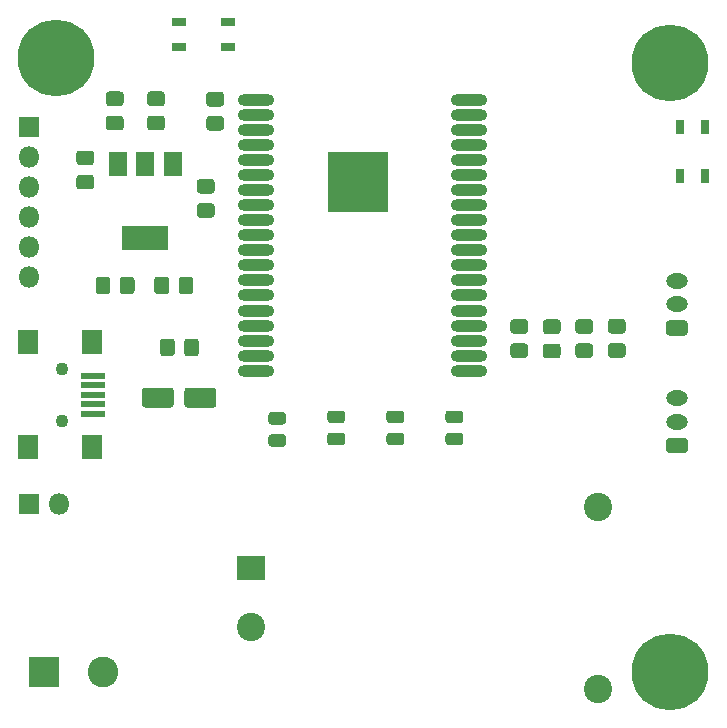
<source format=gbr>
%TF.GenerationSoftware,KiCad,Pcbnew,(5.1.6)-1*%
%TF.CreationDate,2020-10-27T09:44:08+01:00*%
%TF.ProjectId,Beacon_Listener,42656163-6f6e-45f4-9c69-7374656e6572,rev?*%
%TF.SameCoordinates,Original*%
%TF.FileFunction,Soldermask,Top*%
%TF.FilePolarity,Negative*%
%FSLAX46Y46*%
G04 Gerber Fmt 4.6, Leading zero omitted, Abs format (unit mm)*
G04 Created by KiCad (PCBNEW (5.1.6)-1) date 2020-10-27 09:44:08*
%MOMM*%
%LPD*%
G01*
G04 APERTURE LIST*
%ADD10C,1.100000*%
%ADD11R,1.800000X2.100000*%
%ADD12R,2.100000X0.600000*%
%ADD13R,1.150000X0.750000*%
%ADD14R,0.750000X1.150000*%
%ADD15C,2.400000*%
%ADD16R,2.400000X2.100000*%
%ADD17O,1.800000X1.800000*%
%ADD18R,1.800000X1.800000*%
%ADD19O,1.850000X1.300000*%
%ADD20C,0.900000*%
%ADD21R,5.100000X5.100000*%
%ADD22O,3.100000X1.000000*%
%ADD23C,6.500000*%
%ADD24C,2.600000*%
%ADD25R,2.600000X2.600000*%
%ADD26R,1.600000X2.100000*%
%ADD27R,3.900000X2.100000*%
G04 APERTURE END LIST*
D10*
%TO.C,J4*%
X91500000Y-103700000D03*
X91500000Y-99300000D03*
D11*
X88650000Y-105950000D03*
X94100000Y-105950000D03*
X88650000Y-97050000D03*
X94100000Y-97050000D03*
D12*
X94200000Y-103100000D03*
X94200000Y-102300000D03*
X94200000Y-101500000D03*
X94200000Y-100700000D03*
X94200000Y-99900000D03*
%TD*%
D13*
%TO.C,RESET*%
X105575000Y-72075000D03*
X101425000Y-72075000D03*
X105575000Y-69925000D03*
X101425000Y-69925000D03*
%TD*%
D14*
%TO.C,CONFIG*%
X146000000Y-78850000D03*
X146000000Y-83000000D03*
X143850000Y-78850000D03*
X143850000Y-83000000D03*
%TD*%
%TO.C,C7*%
G36*
G01*
X101400000Y-92728262D02*
X101400000Y-91771738D01*
G75*
G02*
X101671738Y-91500000I271738J0D01*
G01*
X102378262Y-91500000D01*
G75*
G02*
X102650000Y-91771738I0J-271738D01*
G01*
X102650000Y-92728262D01*
G75*
G02*
X102378262Y-93000000I-271738J0D01*
G01*
X101671738Y-93000000D01*
G75*
G02*
X101400000Y-92728262I0J271738D01*
G01*
G37*
G36*
G01*
X99350000Y-92728262D02*
X99350000Y-91771738D01*
G75*
G02*
X99621738Y-91500000I271738J0D01*
G01*
X100328262Y-91500000D01*
G75*
G02*
X100600000Y-91771738I0J-271738D01*
G01*
X100600000Y-92728262D01*
G75*
G02*
X100328262Y-93000000I-271738J0D01*
G01*
X99621738Y-93000000D01*
G75*
G02*
X99350000Y-92728262I0J271738D01*
G01*
G37*
%TD*%
D15*
%TO.C,PS1*%
X136900000Y-126400000D03*
X107500000Y-121200000D03*
D16*
X107500000Y-116200000D03*
D15*
X136900000Y-111000000D03*
%TD*%
%TO.C,C3*%
G36*
G01*
X93021738Y-82875000D02*
X93978262Y-82875000D01*
G75*
G02*
X94250000Y-83146738I0J-271738D01*
G01*
X94250000Y-83853262D01*
G75*
G02*
X93978262Y-84125000I-271738J0D01*
G01*
X93021738Y-84125000D01*
G75*
G02*
X92750000Y-83853262I0J271738D01*
G01*
X92750000Y-83146738D01*
G75*
G02*
X93021738Y-82875000I271738J0D01*
G01*
G37*
G36*
G01*
X93021738Y-80825000D02*
X93978262Y-80825000D01*
G75*
G02*
X94250000Y-81096738I0J-271738D01*
G01*
X94250000Y-81803262D01*
G75*
G02*
X93978262Y-82075000I-271738J0D01*
G01*
X93021738Y-82075000D01*
G75*
G02*
X92750000Y-81803262I0J271738D01*
G01*
X92750000Y-81096738D01*
G75*
G02*
X93021738Y-80825000I271738J0D01*
G01*
G37*
%TD*%
%TO.C,C2*%
G36*
G01*
X95521738Y-77875000D02*
X96478262Y-77875000D01*
G75*
G02*
X96750000Y-78146738I0J-271738D01*
G01*
X96750000Y-78853262D01*
G75*
G02*
X96478262Y-79125000I-271738J0D01*
G01*
X95521738Y-79125000D01*
G75*
G02*
X95250000Y-78853262I0J271738D01*
G01*
X95250000Y-78146738D01*
G75*
G02*
X95521738Y-77875000I271738J0D01*
G01*
G37*
G36*
G01*
X95521738Y-75825000D02*
X96478262Y-75825000D01*
G75*
G02*
X96750000Y-76096738I0J-271738D01*
G01*
X96750000Y-76803262D01*
G75*
G02*
X96478262Y-77075000I-271738J0D01*
G01*
X95521738Y-77075000D01*
G75*
G02*
X95250000Y-76803262I0J271738D01*
G01*
X95250000Y-76096738D01*
G75*
G02*
X95521738Y-75825000I271738J0D01*
G01*
G37*
%TD*%
D17*
%TO.C,J1*%
X88750000Y-91500000D03*
X88750000Y-88960000D03*
X88750000Y-86420000D03*
X88750000Y-83880000D03*
X88750000Y-81340000D03*
D18*
X88750000Y-78800000D03*
%TD*%
D19*
%TO.C,I2C*%
X143600000Y-91850000D03*
X143600000Y-93850000D03*
G36*
G01*
X144254168Y-96500000D02*
X142945832Y-96500000D01*
G75*
G02*
X142675000Y-96229168I0J270832D01*
G01*
X142675000Y-95470832D01*
G75*
G02*
X142945832Y-95200000I270832J0D01*
G01*
X144254168Y-95200000D01*
G75*
G02*
X144525000Y-95470832I0J-270832D01*
G01*
X144525000Y-96229168D01*
G75*
G02*
X144254168Y-96500000I-270832J0D01*
G01*
G37*
%TD*%
%TO.C,UART*%
X143600000Y-101800000D03*
X143600000Y-103800000D03*
G36*
G01*
X144254168Y-106450000D02*
X142945832Y-106450000D01*
G75*
G02*
X142675000Y-106179168I0J270832D01*
G01*
X142675000Y-105420832D01*
G75*
G02*
X142945832Y-105150000I270832J0D01*
G01*
X144254168Y-105150000D01*
G75*
G02*
X144525000Y-105420832I0J-270832D01*
G01*
X144525000Y-106179168D01*
G75*
G02*
X144254168Y-106450000I-270832J0D01*
G01*
G37*
%TD*%
%TO.C,D4*%
G36*
G01*
X109268750Y-104837500D02*
X110231250Y-104837500D01*
G75*
G02*
X110500000Y-105106250I0J-268750D01*
G01*
X110500000Y-105643750D01*
G75*
G02*
X110231250Y-105912500I-268750J0D01*
G01*
X109268750Y-105912500D01*
G75*
G02*
X109000000Y-105643750I0J268750D01*
G01*
X109000000Y-105106250D01*
G75*
G02*
X109268750Y-104837500I268750J0D01*
G01*
G37*
G36*
G01*
X109268750Y-102962500D02*
X110231250Y-102962500D01*
G75*
G02*
X110500000Y-103231250I0J-268750D01*
G01*
X110500000Y-103768750D01*
G75*
G02*
X110231250Y-104037500I-268750J0D01*
G01*
X109268750Y-104037500D01*
G75*
G02*
X109000000Y-103768750I0J268750D01*
G01*
X109000000Y-103231250D01*
G75*
G02*
X109268750Y-102962500I268750J0D01*
G01*
G37*
%TD*%
%TO.C,D3*%
G36*
G01*
X114268750Y-104712500D02*
X115231250Y-104712500D01*
G75*
G02*
X115500000Y-104981250I0J-268750D01*
G01*
X115500000Y-105518750D01*
G75*
G02*
X115231250Y-105787500I-268750J0D01*
G01*
X114268750Y-105787500D01*
G75*
G02*
X114000000Y-105518750I0J268750D01*
G01*
X114000000Y-104981250D01*
G75*
G02*
X114268750Y-104712500I268750J0D01*
G01*
G37*
G36*
G01*
X114268750Y-102837500D02*
X115231250Y-102837500D01*
G75*
G02*
X115500000Y-103106250I0J-268750D01*
G01*
X115500000Y-103643750D01*
G75*
G02*
X115231250Y-103912500I-268750J0D01*
G01*
X114268750Y-103912500D01*
G75*
G02*
X114000000Y-103643750I0J268750D01*
G01*
X114000000Y-103106250D01*
G75*
G02*
X114268750Y-102837500I268750J0D01*
G01*
G37*
%TD*%
%TO.C,D2*%
G36*
G01*
X124268750Y-104712500D02*
X125231250Y-104712500D01*
G75*
G02*
X125500000Y-104981250I0J-268750D01*
G01*
X125500000Y-105518750D01*
G75*
G02*
X125231250Y-105787500I-268750J0D01*
G01*
X124268750Y-105787500D01*
G75*
G02*
X124000000Y-105518750I0J268750D01*
G01*
X124000000Y-104981250D01*
G75*
G02*
X124268750Y-104712500I268750J0D01*
G01*
G37*
G36*
G01*
X124268750Y-102837500D02*
X125231250Y-102837500D01*
G75*
G02*
X125500000Y-103106250I0J-268750D01*
G01*
X125500000Y-103643750D01*
G75*
G02*
X125231250Y-103912500I-268750J0D01*
G01*
X124268750Y-103912500D01*
G75*
G02*
X124000000Y-103643750I0J268750D01*
G01*
X124000000Y-103106250D01*
G75*
G02*
X124268750Y-102837500I268750J0D01*
G01*
G37*
%TD*%
%TO.C,D1*%
G36*
G01*
X119268750Y-104712500D02*
X120231250Y-104712500D01*
G75*
G02*
X120500000Y-104981250I0J-268750D01*
G01*
X120500000Y-105518750D01*
G75*
G02*
X120231250Y-105787500I-268750J0D01*
G01*
X119268750Y-105787500D01*
G75*
G02*
X119000000Y-105518750I0J268750D01*
G01*
X119000000Y-104981250D01*
G75*
G02*
X119268750Y-104712500I268750J0D01*
G01*
G37*
G36*
G01*
X119268750Y-102837500D02*
X120231250Y-102837500D01*
G75*
G02*
X120500000Y-103106250I0J-268750D01*
G01*
X120500000Y-103643750D01*
G75*
G02*
X120231250Y-103912500I-268750J0D01*
G01*
X119268750Y-103912500D01*
G75*
G02*
X119000000Y-103643750I0J268750D01*
G01*
X119000000Y-103106250D01*
G75*
G02*
X119268750Y-102837500I268750J0D01*
G01*
G37*
%TD*%
D20*
%TO.C,U1*%
X114600000Y-81490000D03*
D21*
X116600000Y-83500000D03*
D22*
X108000000Y-76580000D03*
X108000000Y-77850000D03*
X108000000Y-79120000D03*
X108000000Y-80390000D03*
X108000000Y-81660000D03*
X108000000Y-82930000D03*
X108000000Y-84200000D03*
X108000000Y-85470000D03*
X108000000Y-86740000D03*
X108000000Y-88010000D03*
X108000000Y-89280000D03*
X108000000Y-90550000D03*
X108000000Y-91820000D03*
X108000000Y-93090000D03*
X108000000Y-94390000D03*
X108000000Y-95660000D03*
X108000000Y-96930000D03*
X108000000Y-98200000D03*
X108000000Y-99470000D03*
X126000000Y-99470000D03*
X126000000Y-98200000D03*
X126000000Y-96930000D03*
X126000000Y-95660000D03*
X126000000Y-94390000D03*
X126030000Y-93090000D03*
X126030000Y-91820000D03*
X126030000Y-90550000D03*
X126030000Y-89280000D03*
X126030000Y-88010000D03*
X126030000Y-86740000D03*
X126030000Y-85470000D03*
X126030000Y-84200000D03*
X126030000Y-82930000D03*
X126030000Y-81660000D03*
X126030000Y-80390000D03*
X126030000Y-79120000D03*
X126030000Y-77850000D03*
X126030000Y-76580000D03*
D20*
X114600000Y-82490000D03*
X114600000Y-83490000D03*
X114600000Y-84490000D03*
X114600000Y-85490000D03*
X115600000Y-85490000D03*
X115600000Y-84490000D03*
X115600000Y-83490000D03*
X115600000Y-82490000D03*
X115600000Y-81490000D03*
X117600000Y-81490000D03*
X117600000Y-82490000D03*
X117600000Y-83490000D03*
X117600000Y-84490000D03*
X117600000Y-85490000D03*
X116600000Y-85490000D03*
X116600000Y-84490000D03*
X116600000Y-83490000D03*
X116600000Y-82490000D03*
X116600000Y-81490000D03*
X118600000Y-85490000D03*
X118600000Y-84490000D03*
X118600000Y-83490000D03*
X118600000Y-82490000D03*
X118600000Y-81490000D03*
%TD*%
%TO.C,H4*%
X92697056Y-71302944D03*
X91000000Y-70600000D03*
X89302944Y-71302944D03*
X88600000Y-73000000D03*
X89302944Y-74697056D03*
X91000000Y-75400000D03*
X92697056Y-74697056D03*
X93400000Y-73000000D03*
D23*
X91000000Y-73000000D03*
%TD*%
D20*
%TO.C,H3*%
X144697056Y-71702944D03*
X143000000Y-71000000D03*
X141302944Y-71702944D03*
X140600000Y-73400000D03*
X141302944Y-75097056D03*
X143000000Y-75800000D03*
X144697056Y-75097056D03*
X145400000Y-73400000D03*
D23*
X143000000Y-73400000D03*
%TD*%
D20*
%TO.C,H2*%
X144697056Y-123302944D03*
X143000000Y-122600000D03*
X141302944Y-123302944D03*
X140600000Y-125000000D03*
X141302944Y-126697056D03*
X143000000Y-127400000D03*
X144697056Y-126697056D03*
X145400000Y-125000000D03*
D23*
X143000000Y-125000000D03*
%TD*%
%TO.C,R6*%
G36*
G01*
X96425000Y-92728262D02*
X96425000Y-91771738D01*
G75*
G02*
X96696738Y-91500000I271738J0D01*
G01*
X97403262Y-91500000D01*
G75*
G02*
X97675000Y-91771738I0J-271738D01*
G01*
X97675000Y-92728262D01*
G75*
G02*
X97403262Y-93000000I-271738J0D01*
G01*
X96696738Y-93000000D01*
G75*
G02*
X96425000Y-92728262I0J271738D01*
G01*
G37*
G36*
G01*
X94375000Y-92728262D02*
X94375000Y-91771738D01*
G75*
G02*
X94646738Y-91500000I271738J0D01*
G01*
X95353262Y-91500000D01*
G75*
G02*
X95625000Y-91771738I0J-271738D01*
G01*
X95625000Y-92728262D01*
G75*
G02*
X95353262Y-93000000I-271738J0D01*
G01*
X94646738Y-93000000D01*
G75*
G02*
X94375000Y-92728262I0J271738D01*
G01*
G37*
%TD*%
D17*
%TO.C,J3*%
X91250000Y-110750000D03*
D18*
X88710000Y-110750000D03*
%TD*%
D24*
%TO.C,J2*%
X95000000Y-125000000D03*
D25*
X90000000Y-125000000D03*
%TD*%
%TO.C,C6*%
G36*
G01*
X101075000Y-97021738D02*
X101075000Y-97978262D01*
G75*
G02*
X100803262Y-98250000I-271738J0D01*
G01*
X100096738Y-98250000D01*
G75*
G02*
X99825000Y-97978262I0J271738D01*
G01*
X99825000Y-97021738D01*
G75*
G02*
X100096738Y-96750000I271738J0D01*
G01*
X100803262Y-96750000D01*
G75*
G02*
X101075000Y-97021738I0J-271738D01*
G01*
G37*
G36*
G01*
X103125000Y-97021738D02*
X103125000Y-97978262D01*
G75*
G02*
X102853262Y-98250000I-271738J0D01*
G01*
X102146738Y-98250000D01*
G75*
G02*
X101875000Y-97978262I0J271738D01*
G01*
X101875000Y-97021738D01*
G75*
G02*
X102146738Y-96750000I271738J0D01*
G01*
X102853262Y-96750000D01*
G75*
G02*
X103125000Y-97021738I0J-271738D01*
G01*
G37*
%TD*%
%TO.C,C5*%
G36*
G01*
X101000000Y-101165625D02*
X101000000Y-102334375D01*
G75*
G02*
X100734375Y-102600000I-265625J0D01*
G01*
X98565625Y-102600000D01*
G75*
G02*
X98300000Y-102334375I0J265625D01*
G01*
X98300000Y-101165625D01*
G75*
G02*
X98565625Y-100900000I265625J0D01*
G01*
X100734375Y-100900000D01*
G75*
G02*
X101000000Y-101165625I0J-265625D01*
G01*
G37*
G36*
G01*
X104600000Y-101165625D02*
X104600000Y-102334375D01*
G75*
G02*
X104334375Y-102600000I-265625J0D01*
G01*
X102165625Y-102600000D01*
G75*
G02*
X101900000Y-102334375I0J265625D01*
G01*
X101900000Y-101165625D01*
G75*
G02*
X102165625Y-100900000I265625J0D01*
G01*
X104334375Y-100900000D01*
G75*
G02*
X104600000Y-101165625I0J-265625D01*
G01*
G37*
%TD*%
D26*
%TO.C,U2*%
X100900000Y-81950000D03*
X96300000Y-81950000D03*
X98600000Y-81950000D03*
D27*
X98600000Y-88250000D03*
%TD*%
%TO.C,R5*%
G36*
G01*
X99978262Y-77075000D02*
X99021738Y-77075000D01*
G75*
G02*
X98750000Y-76803262I0J271738D01*
G01*
X98750000Y-76096738D01*
G75*
G02*
X99021738Y-75825000I271738J0D01*
G01*
X99978262Y-75825000D01*
G75*
G02*
X100250000Y-76096738I0J-271738D01*
G01*
X100250000Y-76803262D01*
G75*
G02*
X99978262Y-77075000I-271738J0D01*
G01*
G37*
G36*
G01*
X99978262Y-79125000D02*
X99021738Y-79125000D01*
G75*
G02*
X98750000Y-78853262I0J271738D01*
G01*
X98750000Y-78146738D01*
G75*
G02*
X99021738Y-77875000I271738J0D01*
G01*
X99978262Y-77875000D01*
G75*
G02*
X100250000Y-78146738I0J-271738D01*
G01*
X100250000Y-78853262D01*
G75*
G02*
X99978262Y-79125000I-271738J0D01*
G01*
G37*
%TD*%
%TO.C,R4*%
G36*
G01*
X133478262Y-96375000D02*
X132521738Y-96375000D01*
G75*
G02*
X132250000Y-96103262I0J271738D01*
G01*
X132250000Y-95396738D01*
G75*
G02*
X132521738Y-95125000I271738J0D01*
G01*
X133478262Y-95125000D01*
G75*
G02*
X133750000Y-95396738I0J-271738D01*
G01*
X133750000Y-96103262D01*
G75*
G02*
X133478262Y-96375000I-271738J0D01*
G01*
G37*
G36*
G01*
X133478262Y-98425000D02*
X132521738Y-98425000D01*
G75*
G02*
X132250000Y-98153262I0J271738D01*
G01*
X132250000Y-97446738D01*
G75*
G02*
X132521738Y-97175000I271738J0D01*
G01*
X133478262Y-97175000D01*
G75*
G02*
X133750000Y-97446738I0J-271738D01*
G01*
X133750000Y-98153262D01*
G75*
G02*
X133478262Y-98425000I-271738J0D01*
G01*
G37*
%TD*%
%TO.C,R3*%
G36*
G01*
X130728262Y-96350000D02*
X129771738Y-96350000D01*
G75*
G02*
X129500000Y-96078262I0J271738D01*
G01*
X129500000Y-95371738D01*
G75*
G02*
X129771738Y-95100000I271738J0D01*
G01*
X130728262Y-95100000D01*
G75*
G02*
X131000000Y-95371738I0J-271738D01*
G01*
X131000000Y-96078262D01*
G75*
G02*
X130728262Y-96350000I-271738J0D01*
G01*
G37*
G36*
G01*
X130728262Y-98400000D02*
X129771738Y-98400000D01*
G75*
G02*
X129500000Y-98128262I0J271738D01*
G01*
X129500000Y-97421738D01*
G75*
G02*
X129771738Y-97150000I271738J0D01*
G01*
X130728262Y-97150000D01*
G75*
G02*
X131000000Y-97421738I0J-271738D01*
G01*
X131000000Y-98128262D01*
G75*
G02*
X130728262Y-98400000I-271738J0D01*
G01*
G37*
%TD*%
%TO.C,R2*%
G36*
G01*
X138978262Y-96325000D02*
X138021738Y-96325000D01*
G75*
G02*
X137750000Y-96053262I0J271738D01*
G01*
X137750000Y-95346738D01*
G75*
G02*
X138021738Y-95075000I271738J0D01*
G01*
X138978262Y-95075000D01*
G75*
G02*
X139250000Y-95346738I0J-271738D01*
G01*
X139250000Y-96053262D01*
G75*
G02*
X138978262Y-96325000I-271738J0D01*
G01*
G37*
G36*
G01*
X138978262Y-98375000D02*
X138021738Y-98375000D01*
G75*
G02*
X137750000Y-98103262I0J271738D01*
G01*
X137750000Y-97396738D01*
G75*
G02*
X138021738Y-97125000I271738J0D01*
G01*
X138978262Y-97125000D01*
G75*
G02*
X139250000Y-97396738I0J-271738D01*
G01*
X139250000Y-98103262D01*
G75*
G02*
X138978262Y-98375000I-271738J0D01*
G01*
G37*
%TD*%
%TO.C,R1*%
G36*
G01*
X136228262Y-96350000D02*
X135271738Y-96350000D01*
G75*
G02*
X135000000Y-96078262I0J271738D01*
G01*
X135000000Y-95371738D01*
G75*
G02*
X135271738Y-95100000I271738J0D01*
G01*
X136228262Y-95100000D01*
G75*
G02*
X136500000Y-95371738I0J-271738D01*
G01*
X136500000Y-96078262D01*
G75*
G02*
X136228262Y-96350000I-271738J0D01*
G01*
G37*
G36*
G01*
X136228262Y-98400000D02*
X135271738Y-98400000D01*
G75*
G02*
X135000000Y-98128262I0J271738D01*
G01*
X135000000Y-97421738D01*
G75*
G02*
X135271738Y-97150000I271738J0D01*
G01*
X136228262Y-97150000D01*
G75*
G02*
X136500000Y-97421738I0J-271738D01*
G01*
X136500000Y-98128262D01*
G75*
G02*
X136228262Y-98400000I-271738J0D01*
G01*
G37*
%TD*%
%TO.C,C4*%
G36*
G01*
X103221738Y-85275000D02*
X104178262Y-85275000D01*
G75*
G02*
X104450000Y-85546738I0J-271738D01*
G01*
X104450000Y-86253262D01*
G75*
G02*
X104178262Y-86525000I-271738J0D01*
G01*
X103221738Y-86525000D01*
G75*
G02*
X102950000Y-86253262I0J271738D01*
G01*
X102950000Y-85546738D01*
G75*
G02*
X103221738Y-85275000I271738J0D01*
G01*
G37*
G36*
G01*
X103221738Y-83225000D02*
X104178262Y-83225000D01*
G75*
G02*
X104450000Y-83496738I0J-271738D01*
G01*
X104450000Y-84203262D01*
G75*
G02*
X104178262Y-84475000I-271738J0D01*
G01*
X103221738Y-84475000D01*
G75*
G02*
X102950000Y-84203262I0J271738D01*
G01*
X102950000Y-83496738D01*
G75*
G02*
X103221738Y-83225000I271738J0D01*
G01*
G37*
%TD*%
%TO.C,C1*%
G36*
G01*
X104978262Y-77100000D02*
X104021738Y-77100000D01*
G75*
G02*
X103750000Y-76828262I0J271738D01*
G01*
X103750000Y-76121738D01*
G75*
G02*
X104021738Y-75850000I271738J0D01*
G01*
X104978262Y-75850000D01*
G75*
G02*
X105250000Y-76121738I0J-271738D01*
G01*
X105250000Y-76828262D01*
G75*
G02*
X104978262Y-77100000I-271738J0D01*
G01*
G37*
G36*
G01*
X104978262Y-79150000D02*
X104021738Y-79150000D01*
G75*
G02*
X103750000Y-78878262I0J271738D01*
G01*
X103750000Y-78171738D01*
G75*
G02*
X104021738Y-77900000I271738J0D01*
G01*
X104978262Y-77900000D01*
G75*
G02*
X105250000Y-78171738I0J-271738D01*
G01*
X105250000Y-78878262D01*
G75*
G02*
X104978262Y-79150000I-271738J0D01*
G01*
G37*
%TD*%
M02*

</source>
